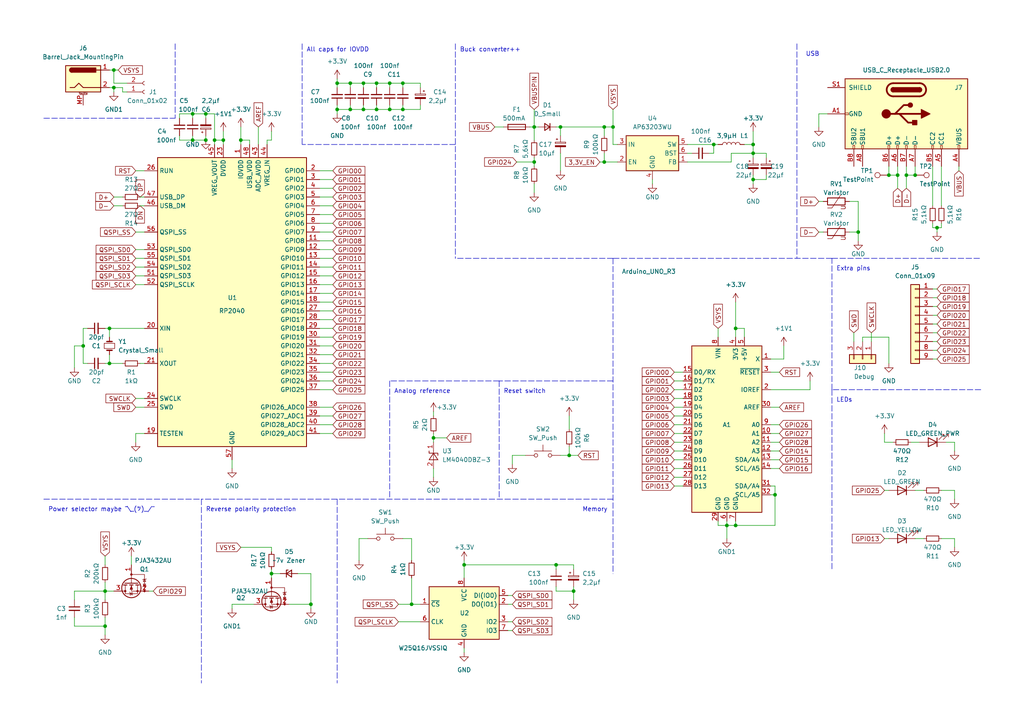
<source format=kicad_sch>
(kicad_sch (version 20211123) (generator eeschema)
  (paper "A4")
  (title_block (title "Anna") (company "Rasmus L."))
  (junction (at 162.56 36.83))
  (junction (at 116.84 31.75))
  (junction (at 210.82 152.4))
  (junction (at 116.84 24.13))
  (junction (at 55.88 40.64))
  (junction (at 213.36 152.4))
  (junction (at 105.41 31.75))
  (junction (at 218.44 41.91))
  (junction (at 175.26 36.83))
  (junction (at 30.48 181.61))
  (junction (at 69.85 40.64))
  (junction (at 154.94 46.99))
  (junction (at 33.02 25.4))
  (junction (at 97.79 24.13))
  (junction (at 213.36 95.25))
  (junction (at 134.62 163.83))
  (junction (at 31.75 95.25))
  (junction (at 271.78 66.04))
  (junction (at 154.94 36.83))
  (junction (at 218.44 44.45))
  (junction (at 109.22 24.13))
  (junction (at 166.37 171.45))
  (junction (at 97.79 31.75))
  (junction (at 90.17 175.26))
  (junction (at 177.8 36.83))
  (junction (at 78.74 166.37))
  (junction (at 101.6 31.75))
  (junction (at 59.69 40.64))
  (junction (at 260.35 50.8))
  (junction (at 59.69 33.02))
  (junction (at 119.38 175.26))
  (junction (at 265.43 50.8))
  (junction (at 30.48 171.45))
  (junction (at 262.89 50.8))
  (junction (at 55.88 33.02))
  (junction (at 113.03 24.13))
  (junction (at 224.79 143.51))
  (junction (at 175.26 46.99))
  (junction (at 33.02 20.32))
  (junction (at 62.23 40.64))
  (junction (at 109.22 31.75))
  (junction (at 105.41 24.13))
  (junction (at 248.92 67.31))
  (junction (at 161.29 163.83))
  (junction (at 257.81 50.8))
  (junction (at 101.6 24.13))
  (junction (at 165.1 132.08))
  (junction (at 207.01 41.91))
  (junction (at 218.44 52.07))
  (junction (at 113.03 31.75))
  (junction (at 31.75 105.41))
  (junction (at 24.13 100.33))
  (junction (at 64.77 40.64))
  (junction (at 125.73 127))
  (wire (pts (xy 105.41 24.13) (xy 101.6 24.13)))
  (wire (pts (xy 92.71 52.07) (xy 96.52 52.07)))
  (polyline (pts (xy 241.3 74.93) (xy 177.8 74.93)))
  (wire (pts (xy 195.58 140.97) (xy 198.12 140.97)))
  (wire (pts (xy 92.71 107.95) (xy 96.52 107.95)))
  (wire (pts (xy 21.59 179.07) (xy 21.59 181.61)))
  (wire (pts (xy 134.62 187.96) (xy 134.62 189.23)))
  (wire (pts (xy 21.59 181.61) (xy 30.48 181.61)))
  (wire (pts (xy 224.79 143.51) (xy 223.52 143.51)))
  (polyline (pts (xy 231.14 12.7) (xy 231.14 74.93)))
  (wire (pts (xy 92.71 54.61) (xy 96.52 54.61)))
  (wire (pts (xy 105.41 25.4) (xy 105.41 24.13)))
  (wire (pts (xy 92.71 100.33) (xy 96.52 100.33)))
  (wire (pts (xy 125.73 135.89) (xy 125.73 138.43)))
  (wire (pts (xy 162.56 36.83) (xy 175.26 36.83)))
  (wire (pts (xy 199.39 44.45) (xy 200.66 44.45)))
  (wire (pts (xy 250.19 99.06) (xy 250.19 97.79)))
  (wire (pts (xy 161.29 170.18) (xy 161.29 171.45)))
  (wire (pts (xy 109.22 25.4) (xy 109.22 24.13)))
  (wire (pts (xy 223.52 123.19) (xy 226.06 123.19)))
  (wire (pts (xy 36.83 26.67) (xy 35.56 26.67)))
  (wire (pts (xy 256.54 142.24) (xy 257.81 142.24)))
  (wire (pts (xy 125.73 127) (xy 129.54 127)))
  (wire (pts (xy 223.52 118.11) (xy 226.06 118.11)))
  (wire (pts (xy 105.41 30.48) (xy 105.41 31.75)))
  (wire (pts (xy 21.59 171.45) (xy 30.48 171.45)))
  (polyline (pts (xy 241.3 74.93) (xy 284.48 74.93)))
  (wire (pts (xy 213.36 95.25) (xy 215.9 95.25)))
  (wire (pts (xy 72.39 40.64) (xy 69.85 40.64)))
  (wire (pts (xy 55.88 34.29) (xy 55.88 33.02)))
  (wire (pts (xy 264.16 128.27) (xy 266.7 128.27)))
  (wire (pts (xy 147.32 172.72) (xy 148.59 172.72)))
  (polyline (pts (xy 241.3 113.03) (xy 241.3 165.1)))
  (wire (pts (xy 59.69 33.02) (xy 62.23 33.02)))
  (wire (pts (xy 52.07 34.29) (xy 52.07 33.02)))
  (wire (pts (xy 39.37 77.47) (xy 41.91 77.47)))
  (wire (pts (xy 78.74 166.37) (xy 78.74 167.64)))
  (wire (pts (xy 161.29 163.83) (xy 166.37 163.83)))
  (wire (pts (xy 276.86 156.21) (xy 273.05 156.21)))
  (wire (pts (xy 72.39 41.91) (xy 72.39 40.64)))
  (wire (pts (xy 104.14 156.21) (xy 104.14 162.56)))
  (wire (pts (xy 195.58 107.95) (xy 198.12 107.95)))
  (wire (pts (xy 208.28 151.13) (xy 208.28 152.4)))
  (wire (pts (xy 148.59 132.08) (xy 148.59 134.62)))
  (wire (pts (xy 270.51 96.52) (xy 271.78 96.52)))
  (wire (pts (xy 195.58 113.03) (xy 198.12 113.03)))
  (wire (pts (xy 149.86 46.99) (xy 154.94 46.99)))
  (wire (pts (xy 121.92 31.75) (xy 116.84 31.75)))
  (wire (pts (xy 109.22 31.75) (xy 105.41 31.75)))
  (wire (pts (xy 195.58 115.57) (xy 198.12 115.57)))
  (wire (pts (xy 262.89 50.8) (xy 262.89 54.61)))
  (wire (pts (xy 223.52 130.81) (xy 226.06 130.81)))
  (wire (pts (xy 113.03 31.75) (xy 109.22 31.75)))
  (wire (pts (xy 39.37 72.39) (xy 41.91 72.39)))
  (wire (pts (xy 223.52 125.73) (xy 226.06 125.73)))
  (wire (pts (xy 215.9 41.91) (xy 218.44 41.91)))
  (wire (pts (xy 38.1 161.29) (xy 38.1 163.83)))
  (wire (pts (xy 92.71 95.25) (xy 96.52 95.25)))
  (wire (pts (xy 218.44 52.07) (xy 218.44 53.34)))
  (wire (pts (xy 92.71 102.87) (xy 96.52 102.87)))
  (wire (pts (xy 257.81 97.79) (xy 257.81 105.41)))
  (polyline (pts (xy 144.78 110.49) (xy 113.03 110.49)))
  (wire (pts (xy 262.89 48.26) (xy 262.89 50.8)))
  (wire (pts (xy 165.1 120.65) (xy 165.1 124.46)))
  (wire (pts (xy 90.17 175.26) (xy 90.17 176.53)))
  (wire (pts (xy 148.59 132.08) (xy 152.4 132.08)))
  (wire (pts (xy 109.22 24.13) (xy 105.41 24.13)))
  (wire (pts (xy 234.95 113.03) (xy 223.52 113.03)))
  (wire (pts (xy 210.82 151.13) (xy 210.82 152.4)))
  (wire (pts (xy 92.71 80.01) (xy 96.52 80.01)))
  (wire (pts (xy 207.01 41.91) (xy 208.28 41.91)))
  (wire (pts (xy 147.32 175.26) (xy 148.59 175.26)))
  (wire (pts (xy 195.58 135.89) (xy 198.12 135.89)))
  (wire (pts (xy 270.51 93.98) (xy 271.78 93.98)))
  (polyline (pts (xy 132.08 12.7) (xy 132.08 74.93)))
  (wire (pts (xy 33.02 59.69) (xy 35.56 59.69)))
  (wire (pts (xy 195.58 128.27) (xy 198.12 128.27)))
  (wire (pts (xy 267.97 156.21) (xy 265.43 156.21)))
  (wire (pts (xy 177.8 31.75) (xy 177.8 36.83)))
  (wire (pts (xy 223.52 107.95) (xy 226.06 107.95)))
  (wire (pts (xy 213.36 95.25) (xy 213.36 97.79)))
  (wire (pts (xy 78.74 165.1) (xy 78.74 166.37)))
  (polyline (pts (xy 12.7 144.78) (xy 58.42 144.78)))
  (wire (pts (xy 21.59 100.33) (xy 24.13 100.33)))
  (wire (pts (xy 59.69 39.37) (xy 59.69 40.64)))
  (wire (pts (xy 67.31 175.26) (xy 73.66 175.26)))
  (wire (pts (xy 222.25 45.72) (xy 222.25 44.45)))
  (wire (pts (xy 195.58 118.11) (xy 198.12 118.11)))
  (wire (pts (xy 166.37 171.45) (xy 166.37 170.18)))
  (wire (pts (xy 92.71 49.53) (xy 96.52 49.53)))
  (wire (pts (xy 278.13 48.26) (xy 278.13 49.53)))
  (wire (pts (xy 222.25 44.45) (xy 218.44 44.45)))
  (wire (pts (xy 92.71 77.47) (xy 96.52 77.47)))
  (wire (pts (xy 116.84 24.13) (xy 116.84 25.4)))
  (wire (pts (xy 270.51 66.04) (xy 271.78 66.04)))
  (wire (pts (xy 116.84 30.48) (xy 116.84 31.75)))
  (wire (pts (xy 276.86 144.78) (xy 276.86 142.24)))
  (wire (pts (xy 78.74 40.64) (xy 77.47 40.64)))
  (wire (pts (xy 237.49 58.42) (xy 238.76 58.42)))
  (wire (pts (xy 31.75 105.41) (xy 35.56 105.41)))
  (wire (pts (xy 31.75 95.25) (xy 31.75 97.79)))
  (wire (pts (xy 115.57 175.26) (xy 119.38 175.26)))
  (wire (pts (xy 195.58 125.73) (xy 198.12 125.73)))
  (wire (pts (xy 267.97 142.24) (xy 265.43 142.24)))
  (wire (pts (xy 208.28 152.4) (xy 210.82 152.4)))
  (wire (pts (xy 162.56 36.83) (xy 162.56 39.37)))
  (wire (pts (xy 173.99 46.99) (xy 175.26 46.99)))
  (wire (pts (xy 256.54 156.21) (xy 257.81 156.21)))
  (wire (pts (xy 90.17 166.37) (xy 90.17 175.26)))
  (wire (pts (xy 83.82 175.26) (xy 90.17 175.26)))
  (wire (pts (xy 224.79 152.4) (xy 224.79 143.51)))
  (wire (pts (xy 55.88 33.02) (xy 59.69 33.02)))
  (wire (pts (xy 119.38 156.21) (xy 116.84 156.21)))
  (wire (pts (xy 237.49 33.02) (xy 240.03 33.02)))
  (wire (pts (xy 218.44 41.91) (xy 218.44 44.45)))
  (wire (pts (xy 224.79 140.97) (xy 223.52 140.97)))
  (wire (pts (xy 31.75 95.25) (xy 41.91 95.25)))
  (polyline (pts (xy 97.79 144.78) (xy 58.42 144.78)))
  (wire (pts (xy 154.94 45.72) (xy 154.94 46.99)))
  (wire (pts (xy 52.07 33.02) (xy 55.88 33.02)))
  (wire (pts (xy 273.05 66.04) (xy 273.05 64.77)))
  (wire (pts (xy 195.58 138.43) (xy 198.12 138.43)))
  (wire (pts (xy 92.71 64.77) (xy 96.52 64.77)))
  (wire (pts (xy 252.73 96.52) (xy 252.73 99.06)))
  (wire (pts (xy 97.79 31.75) (xy 101.6 31.75)))
  (wire (pts (xy 67.31 133.35) (xy 67.31 135.89)))
  (wire (pts (xy 271.78 67.31) (xy 271.78 66.04)))
  (polyline (pts (xy 132.08 41.91) (xy 87.63 41.91)))
  (wire (pts (xy 40.64 59.69) (xy 41.91 59.69)))
  (wire (pts (xy 30.48 161.29) (xy 30.48 163.83)))
  (wire (pts (xy 222.25 52.07) (xy 218.44 52.07)))
  (polyline (pts (xy 97.79 144.78) (xy 97.79 198.12)))
  (wire (pts (xy 121.92 30.48) (xy 121.92 31.75)))
  (wire (pts (xy 210.82 152.4) (xy 210.82 156.21)))
  (wire (pts (xy 224.79 143.51) (xy 224.79 140.97)))
  (wire (pts (xy 30.48 171.45) (xy 30.48 173.99)))
  (wire (pts (xy 40.64 105.41) (xy 41.91 105.41)))
  (wire (pts (xy 92.71 57.15) (xy 96.52 57.15)))
  (wire (pts (xy 39.37 125.73) (xy 39.37 128.27)))
  (wire (pts (xy 208.28 95.25) (xy 208.28 97.79)))
  (wire (pts (xy 175.26 46.99) (xy 179.07 46.99)))
  (wire (pts (xy 119.38 167.64) (xy 119.38 175.26)))
  (wire (pts (xy 39.37 115.57) (xy 41.91 115.57)))
  (wire (pts (xy 43.18 171.45) (xy 44.45 171.45)))
  (wire (pts (xy 195.58 133.35) (xy 198.12 133.35)))
  (wire (pts (xy 69.85 158.75) (xy 78.74 158.75)))
  (wire (pts (xy 270.51 91.44) (xy 271.78 91.44)))
  (wire (pts (xy 195.58 123.19) (xy 198.12 123.19)))
  (wire (pts (xy 154.94 53.34) (xy 154.94 55.88)))
  (wire (pts (xy 212.09 46.99) (xy 212.09 44.45)))
  (polyline (pts (xy 177.8 144.78) (xy 97.79 144.78)))
  (wire (pts (xy 92.71 87.63) (xy 96.52 87.63)))
  (wire (pts (xy 33.02 57.15) (xy 35.56 57.15)))
  (wire (pts (xy 115.57 180.34) (xy 121.92 180.34)))
  (wire (pts (xy 92.71 59.69) (xy 96.52 59.69)))
  (wire (pts (xy 143.51 36.83) (xy 146.05 36.83)))
  (wire (pts (xy 247.65 96.52) (xy 247.65 99.06)))
  (wire (pts (xy 270.51 48.26) (xy 270.51 59.69)))
  (wire (pts (xy 273.05 48.26) (xy 273.05 59.69)))
  (polyline (pts (xy 177.8 74.93) (xy 177.8 166.37)))
  (wire (pts (xy 213.36 152.4) (xy 224.79 152.4)))
  (wire (pts (xy 92.71 74.93) (xy 96.52 74.93)))
  (wire (pts (xy 234.95 110.49) (xy 234.95 113.03)))
  (wire (pts (xy 125.73 127) (xy 125.73 128.27)))
  (wire (pts (xy 248.92 58.42) (xy 248.92 67.31)))
  (wire (pts (xy 92.71 67.31) (xy 96.52 67.31)))
  (wire (pts (xy 119.38 156.21) (xy 119.38 162.56)))
  (wire (pts (xy 121.92 24.13) (xy 116.84 24.13)))
  (wire (pts (xy 101.6 25.4) (xy 101.6 24.13)))
  (wire (pts (xy 33.02 25.4) (xy 33.02 26.67)))
  (wire (pts (xy 78.74 158.75) (xy 78.74 160.02)))
  (polyline (pts (xy 58.42 144.78) (xy 58.42 198.12)))
  (wire (pts (xy 134.62 163.83) (xy 161.29 163.83)))
  (wire (pts (xy 166.37 165.1) (xy 166.37 163.83)))
  (wire (pts (xy 189.23 52.07) (xy 189.23 53.34)))
  (wire (pts (xy 55.88 39.37) (xy 55.88 40.64)))
  (wire (pts (xy 195.58 120.65) (xy 198.12 120.65)))
  (wire (pts (xy 223.52 128.27) (xy 226.06 128.27)))
  (wire (pts (xy 162.56 44.45) (xy 162.56 49.53)))
  (wire (pts (xy 248.92 67.31) (xy 248.92 69.85)))
  (wire (pts (xy 31.75 102.87) (xy 31.75 105.41)))
  (wire (pts (xy 165.1 129.54) (xy 165.1 132.08)))
  (wire (pts (xy 260.35 50.8) (xy 260.35 48.26)))
  (polyline (pts (xy 177.8 110.49) (xy 144.78 110.49)))
  (polyline (pts (xy 241.3 113.03) (xy 241.3 74.93)))
  (wire (pts (xy 90.17 166.37) (xy 86.36 166.37)))
  (polyline (pts (xy 50.8 12.7) (xy 50.8 34.29)))
  (polyline (pts (xy 177.8 74.93) (xy 132.08 74.93)))
  (wire (pts (xy 31.75 25.4) (xy 33.02 25.4)))
  (wire (pts (xy 218.44 44.45) (xy 218.44 45.72)))
  (wire (pts (xy 125.73 119.38) (xy 125.73 120.65)))
  (polyline (pts (xy 12.7 34.29) (xy 50.8 34.29)))
  (wire (pts (xy 276.86 158.75) (xy 276.86 156.21)))
  (wire (pts (xy 92.71 72.39) (xy 96.52 72.39)))
  (wire (pts (xy 92.71 118.11) (xy 96.52 118.11)))
  (wire (pts (xy 62.23 40.64) (xy 62.23 41.91)))
  (wire (pts (xy 21.59 173.99) (xy 21.59 171.45)))
  (wire (pts (xy 30.48 181.61) (xy 30.48 179.07)))
  (wire (pts (xy 92.71 62.23) (xy 96.52 62.23)))
  (wire (pts (xy 33.02 24.13) (xy 36.83 24.13)))
  (wire (pts (xy 237.49 67.31) (xy 238.76 67.31)))
  (wire (pts (xy 31.75 20.32) (xy 33.02 20.32)))
  (wire (pts (xy 270.51 104.14) (xy 271.78 104.14)))
  (wire (pts (xy 222.25 50.8) (xy 222.25 52.07)))
  (wire (pts (xy 78.74 38.1) (xy 78.74 40.64)))
  (wire (pts (xy 39.37 67.31) (xy 41.91 67.31)))
  (wire (pts (xy 237.49 33.02) (xy 237.49 36.83)))
  (wire (pts (xy 24.13 100.33) (xy 24.13 95.25)))
  (wire (pts (xy 64.77 41.91) (xy 64.77 40.64)))
  (wire (pts (xy 97.79 31.75) (xy 97.79 33.02)))
  (wire (pts (xy 40.64 57.15) (xy 41.91 57.15)))
  (wire (pts (xy 257.81 50.8) (xy 260.35 50.8)))
  (wire (pts (xy 52.07 40.64) (xy 55.88 40.64)))
  (wire (pts (xy 105.41 31.75) (xy 101.6 31.75)))
  (wire (pts (xy 116.84 24.13) (xy 113.03 24.13)))
  (wire (pts (xy 265.43 48.26) (xy 265.43 50.8)))
  (wire (pts (xy 195.58 130.81) (xy 198.12 130.81)))
  (wire (pts (xy 64.77 40.64) (xy 62.23 40.64)))
  (wire (pts (xy 161.29 36.83) (xy 162.56 36.83)))
  (wire (pts (xy 218.44 50.8) (xy 218.44 52.07)))
  (wire (pts (xy 227.33 104.14) (xy 227.33 100.33)))
  (wire (pts (xy 77.47 40.64) (xy 77.47 41.91)))
  (wire (pts (xy 257.81 48.26) (xy 257.81 50.8)))
  (wire (pts (xy 33.02 20.32) (xy 34.29 20.32)))
  (polyline (pts (xy 284.48 113.03) (xy 241.3 113.03)))
  (wire (pts (xy 39.37 49.53) (xy 41.91 49.53)))
  (wire (pts (xy 134.62 162.56) (xy 134.62 163.83)))
  (wire (pts (xy 175.26 44.45) (xy 175.26 46.99)))
  (wire (pts (xy 121.92 25.4) (xy 121.92 24.13)))
  (wire (pts (xy 270.51 88.9) (xy 271.78 88.9)))
  (wire (pts (xy 260.35 50.8) (xy 260.35 54.61)))
  (wire (pts (xy 153.67 36.83) (xy 154.94 36.83)))
  (wire (pts (xy 161.29 171.45) (xy 166.37 171.45)))
  (wire (pts (xy 154.94 31.75) (xy 154.94 36.83)))
  (wire (pts (xy 116.84 31.75) (xy 113.03 31.75)))
  (wire (pts (xy 213.36 151.13) (xy 213.36 152.4)))
  (wire (pts (xy 92.71 110.49) (xy 96.52 110.49)))
  (wire (pts (xy 276.86 128.27) (xy 274.32 128.27)))
  (wire (pts (xy 262.89 50.8) (xy 265.43 50.8)))
  (wire (pts (xy 250.19 97.79) (xy 257.81 97.79)))
  (wire (pts (xy 30.48 105.41) (xy 31.75 105.41)))
  (wire (pts (xy 179.07 41.91) (xy 177.8 41.91)))
  (wire (pts (xy 74.93 36.83) (xy 74.93 41.91)))
  (wire (pts (xy 248.92 67.31) (xy 246.38 67.31)))
  (wire (pts (xy 213.36 152.4) (xy 210.82 152.4)))
  (wire (pts (xy 41.91 125.73) (xy 39.37 125.73)))
  (wire (pts (xy 119.38 175.26) (xy 121.92 175.26)))
  (wire (pts (xy 78.74 166.37) (xy 81.28 166.37)))
  (wire (pts (xy 270.51 64.77) (xy 270.51 66.04)))
  (wire (pts (xy 223.52 104.14) (xy 227.33 104.14)))
  (wire (pts (xy 113.03 30.48) (xy 113.03 31.75)))
  (wire (pts (xy 33.02 25.4) (xy 35.56 25.4)))
  (wire (pts (xy 33.02 24.13) (xy 33.02 20.32)))
  (wire (pts (xy 223.52 133.35) (xy 226.06 133.35)))
  (wire (pts (xy 30.48 168.91) (xy 30.48 171.45)))
  (wire (pts (xy 213.36 87.63) (xy 213.36 95.25)))
  (wire (pts (xy 97.79 24.13) (xy 97.79 25.4)))
  (wire (pts (xy 92.71 125.73) (xy 96.52 125.73)))
  (wire (pts (xy 165.1 132.08) (xy 167.64 132.08)))
  (wire (pts (xy 55.88 40.64) (xy 59.69 40.64)))
  (wire (pts (xy 215.9 95.25) (xy 215.9 97.79)))
  (wire (pts (xy 92.71 82.55) (xy 96.52 82.55)))
  (wire (pts (xy 147.32 182.88) (xy 148.59 182.88)))
  (wire (pts (xy 24.13 105.41) (xy 24.13 100.33)))
  (polyline (pts (xy 87.63 12.7) (xy 87.63 41.91)))
  (wire (pts (xy 101.6 31.75) (xy 101.6 30.48)))
  (wire (pts (xy 161.29 163.83) (xy 161.29 165.1)))
  (wire (pts (xy 270.51 83.82) (xy 271.78 83.82)))
  (wire (pts (xy 134.62 163.83) (xy 134.62 167.64)))
  (wire (pts (xy 109.22 30.48) (xy 109.22 31.75)))
  (wire (pts (xy 64.77 38.1) (xy 64.77 40.64)))
  (wire (pts (xy 166.37 171.45) (xy 166.37 173.99)))
  (wire (pts (xy 162.56 132.08) (xy 165.1 132.08)))
  (wire (pts (xy 67.31 176.53) (xy 67.31 175.26)))
  (wire (pts (xy 256.54 125.73) (xy 256.54 128.27)))
  (polyline (pts (xy 144.78 110.49) (xy 144.78 144.78)))
  (wire (pts (xy 101.6 24.13) (xy 97.79 24.13)))
  (wire (pts (xy 92.71 90.17) (xy 96.52 90.17)))
  (wire (pts (xy 21.59 100.33) (xy 21.59 106.68)))
  (wire (pts (xy 52.07 39.37) (xy 52.07 40.64)))
  (wire (pts (xy 195.58 110.49) (xy 198.12 110.49)))
  (wire (pts (xy 175.26 36.83) (xy 177.8 36.83)))
  (wire (pts (xy 276.86 142.24) (xy 273.05 142.24)))
  (wire (pts (xy 147.32 180.34) (xy 148.59 180.34)))
  (wire (pts (xy 92.71 113.03) (xy 96.52 113.03)))
  (wire (pts (xy 154.94 46.99) (xy 154.94 48.26)))
  (wire (pts (xy 199.39 41.91) (xy 207.01 41.91)))
  (wire (pts (xy 30.48 171.45) (xy 33.02 171.45)))
  (wire (pts (xy 256.54 128.27) (xy 259.08 128.27)))
  (polyline (pts (xy 113.03 110.49) (xy 113.03 144.78)))
  (wire (pts (xy 113.03 25.4) (xy 113.03 24.13)))
  (wire (pts (xy 106.68 156.21) (xy 104.14 156.21)))
  (wire (pts (xy 212.09 44.45) (xy 218.44 44.45)))
  (wire (pts (xy 199.39 46.99) (xy 212.09 46.99)))
  (wire (pts (xy 92.71 92.71) (xy 96.52 92.71)))
  (wire (pts (xy 35.56 26.67) (xy 35.56 25.4)))
  (wire (pts (xy 125.73 125.73) (xy 125.73 127)))
  (wire (pts (xy 92.71 69.85) (xy 96.52 69.85)))
  (wire (pts (xy 92.71 123.19) (xy 96.52 123.19)))
  (wire (pts (xy 97.79 30.48) (xy 97.79 31.75)))
  (wire (pts (xy 154.94 36.83) (xy 154.94 40.64)))
  (wire (pts (xy 270.51 99.06) (xy 271.78 99.06)))
  (wire (pts (xy 24.13 95.25) (xy 25.4 95.25)))
  (wire (pts (xy 270.51 86.36) (xy 271.78 86.36)))
  (wire (pts (xy 69.85 36.83) (xy 69.85 40.64)))
  (wire (pts (xy 39.37 82.55) (xy 41.91 82.55)))
  (wire (pts (xy 276.86 130.81) (xy 276.86 128.27)))
  (wire (pts (xy 113.03 24.13) (xy 109.22 24.13)))
  (wire (pts (xy 207.01 44.45) (xy 207.01 41.91)))
  (wire (pts (xy 92.71 120.65) (xy 96.52 120.65)))
  (wire (pts (xy 25.4 105.41) (xy 24.13 105.41)))
  (wire (pts (xy 92.71 105.41) (xy 96.52 105.41)))
  (wire (pts (xy 92.71 97.79) (xy 96.52 97.79)))
  (wire (pts (xy 39.37 118.11) (xy 41.91 118.11)))
  (wire (pts (xy 30.48 95.25) (xy 31.75 95.25)))
  (wire (pts (xy 97.79 22.86) (xy 97.79 24.13)))
  (wire (pts (xy 39.37 74.93) (xy 41.91 74.93)))
  (wire (pts (xy 62.23 33.02) (xy 62.23 40.64)))
  (wire (pts (xy 177.8 41.91) (xy 177.8 36.83)))
  (wire (pts (xy 175.26 36.83) (xy 175.26 39.37)))
  (wire (pts (xy 69.85 40.64) (xy 69.85 41.91)))
  (wire (pts (xy 205.74 44.45) (xy 207.01 44.45)))
  (wire (pts (xy 92.71 85.09) (xy 96.52 85.09)))
  (wire (pts (xy 59.69 34.29) (xy 59.69 33.02)))
  (wire (pts (xy 154.94 36.83) (xy 156.21 36.83)))
  (wire (pts (xy 246.38 58.42) (xy 248.92 58.42)))
  (wire (pts (xy 30.48 181.61) (xy 30.48 184.15)))
  (wire (pts (xy 271.78 66.04) (xy 273.05 66.04)))
  (wire (pts (xy 218.44 38.1) (xy 218.44 41.91)))
  (wire (pts (xy 39.37 80.01) (xy 41.91 80.01)))
  (wire (pts (xy 223.52 135.89) (xy 226.06 135.89)))
  (wire (pts (xy 270.51 101.6) (xy 271.78 101.6)))
  (text "Memory" (at 168.91 148.59 0) (effects (font (size 1.27 1.27)) (justify left bottom)))
  (text "Analog reference" (at 114.3 114.3 0) (effects (font (size 1.27 1.27)) (justify left bottom)))
  (text "Extra pins" (at 242.57 78.74 0) (effects (font (size 1.27 1.27)) (justify left bottom)))
  (text "Power selector maybe ¯\\_(ツ)_/¯" (at 13.97 148.59 0) (effects (font (size 1.27 1.27)) (justify left bottom)))
  (text "All caps for IOVDD" (at 88.9 15.24 0) (effects (font (size 1.27 1.27)) (justify left bottom)))
  (text "Reverse polarity protection" (at 59.69 148.59 0) (effects (font (size 1.27 1.27)) (justify left bottom)))
  (text "LEDs" (at 242.57 116.84 0) (effects (font (size 1.27 1.27)) (justify left bottom)))
  (text "Reset switch" (at 146.05 114.3 0) (effects (font (size 1.27 1.27)) (justify left bottom)))
  (text "Buck converter++" (at 133.35 15.24 0) (effects (font (size 1.27 1.27)) (justify left bottom)))
  (text "USB" (at 233.68 16.51 0) (effects (font (size 1.27 1.27)) (justify left bottom)))
  (global_label "VSYS" (shape input) (at 208.28 95.25 90) (property "Intersheet References" "${INTERSHEET_REFS}" (effects hide)))
  (global_label "SWD" (shape input) (at 39.37 118.11 180) (property "Intersheet References" "${INTERSHEET_REFS}" (effects hide)))
  (global_label "GPIO19" (shape input) (at 96.52 97.79 0) (property "Intersheet References" "${INTERSHEET_REFS}" (effects hide)))
  (global_label "GPIO22" (shape input) (at 271.78 96.52 0) (property "Intersheet References" "${INTERSHEET_REFS}" (effects hide)))
  (global_label "QSPI_SD0" (shape input) (at 148.59 172.72 0) (property "Intersheet References" "${INTERSHEET_REFS}" (effects hide)))
  (global_label "GPIO01" (shape input) (at 96.52 52.07 0) (property "Intersheet References" "${INTERSHEET_REFS}" (effects hide)))
  (global_label "GPIO27" (shape input) (at 96.52 120.65 0) (property "Intersheet References" "${INTERSHEET_REFS}" (effects hide)))
  (global_label "GPIO16" (shape input) (at 96.52 90.17 0) (property "Intersheet References" "${INTERSHEET_REFS}" (effects hide)))
  (global_label "VBUS" (shape input) (at 278.13 49.53 270) (property "Intersheet References" "${INTERSHEET_REFS}" (effects hide)))
  (global_label "QSPI_SD2" (shape input) (at 39.37 77.47 180) (property "Intersheet References" "${INTERSHEET_REFS}" (effects hide)))
  (global_label "GPIO10" (shape input) (at 96.52 74.93 0) (property "Intersheet References" "${INTERSHEET_REFS}" (effects hide)))
  (global_label "GPIO25" (shape input) (at 256.54 142.24 180) (property "Intersheet References" "${INTERSHEET_REFS}" (effects hide)))
  (global_label "GPIO14" (shape input) (at 96.52 85.09 0) (property "Intersheet References" "${INTERSHEET_REFS}" (effects hide)))
  (global_label "GPIO01" (shape input) (at 195.58 110.49 180) (property "Intersheet References" "${INTERSHEET_REFS}" (effects hide)))
  (global_label "GPIO06" (shape input) (at 96.52 64.77 0) (property "Intersheet References" "${INTERSHEET_REFS}" (effects hide)))
  (global_label "QSPI_SD3" (shape input) (at 39.37 80.01 180) (property "Intersheet References" "${INTERSHEET_REFS}" (effects hide)))
  (global_label "GPIO05" (shape input) (at 96.52 62.23 0) (property "Intersheet References" "${INTERSHEET_REFS}" (effects hide)))
  (global_label "GPIO25" (shape input) (at 96.52 113.03 0) (property "Intersheet References" "${INTERSHEET_REFS}" (effects hide)))
  (global_label "VSYS" (shape input) (at 177.8 31.75 90) (property "Intersheet References" "${INTERSHEET_REFS}" (effects hide)))
  (global_label "GPIO21" (shape input) (at 96.52 102.87 0) (property "Intersheet References" "${INTERSHEET_REFS}" (effects hide)))
  (global_label "GPIO24" (shape input) (at 149.86 46.99 180) (property "Intersheet References" "${INTERSHEET_REFS}" (effects hide)))
  (global_label "GPIO06" (shape input) (at 195.58 123.19 180) (property "Intersheet References" "${INTERSHEET_REFS}" (effects hide)))
  (global_label "SWCLK" (shape input) (at 252.73 96.52 90) (property "Intersheet References" "${INTERSHEET_REFS}" (effects hide)))
  (global_label "QSPI_SS" (shape input) (at 115.57 175.26 180) (property "Intersheet References" "${INTERSHEET_REFS}" (effects hide)))
  (global_label "GPIO03" (shape input) (at 96.52 57.15 0) (property "Intersheet References" "${INTERSHEET_REFS}" (effects hide)))
  (global_label "VSYS" (shape input) (at 69.85 158.75 180) (property "Intersheet References" "${INTERSHEET_REFS}" (effects hide)))
  (global_label "GPIO22" (shape input) (at 96.52 105.41 0) (property "Intersheet References" "${INTERSHEET_REFS}" (effects hide)))
  (global_label "GPIO09" (shape input) (at 195.58 130.81 180) (property "Intersheet References" "${INTERSHEET_REFS}" (effects hide)))
  (global_label "GPIO12" (shape input) (at 195.58 138.43 180) (property "Intersheet References" "${INTERSHEET_REFS}" (effects hide)))
  (global_label "RST" (shape input) (at 167.64 132.08 0) (property "Intersheet References" "${INTERSHEET_REFS}" (effects hide)))
  (global_label "D-" (shape input) (at 262.89 54.61 270) (property "Intersheet References" "${INTERSHEET_REFS}" (effects hide)))
  (global_label "GPIO07" (shape input) (at 195.58 125.73 180) (property "Intersheet References" "${INTERSHEET_REFS}" (effects hide)))
  (global_label "D-" (shape input) (at 33.02 59.69 180) (property "Intersheet References" "${INTERSHEET_REFS}" (effects hide)))
  (global_label "GPIO28" (shape input) (at 226.06 128.27 0) (property "Intersheet References" "${INTERSHEET_REFS}" (effects hide)))
  (global_label "QSPI_SD0" (shape input) (at 39.37 72.39 180) (property "Intersheet References" "${INTERSHEET_REFS}" (effects hide)))
  (global_label "QSPI_SD1" (shape input) (at 148.59 175.26 0) (property "Intersheet References" "${INTERSHEET_REFS}" (effects hide)))
  (global_label "AREF" (shape input) (at 129.54 127 0) (property "Intersheet References" "${INTERSHEET_REFS}" (effects hide)))
  (global_label "RST" (shape input) (at 39.37 49.53 180) (property "Intersheet References" "${INTERSHEET_REFS}" (effects hide)))
  (global_label "GPIO00" (shape input) (at 195.58 107.95 180) (property "Intersheet References" "${INTERSHEET_REFS}" (effects hide)))
  (global_label "DP" (shape input) (at 40.64 57.15 90) (property "Intersheet References" "${INTERSHEET_REFS}" (effects hide)))
  (global_label "D+" (shape input) (at 237.49 58.42 180) (property "Intersheet References" "${INTERSHEET_REFS}" (effects hide)))
  (global_label "GPIO04" (shape input) (at 96.52 59.69 0) (property "Intersheet References" "${INTERSHEET_REFS}" (effects hide)))
  (global_label "GPIO02" (shape input) (at 195.58 113.03 180) (property "Intersheet References" "${INTERSHEET_REFS}" (effects hide)))
  (global_label "VBUS" (shape input) (at 143.51 36.83 180) (property "Intersheet References" "${INTERSHEET_REFS}" (effects hide)))
  (global_label "D+" (shape input) (at 33.02 57.15 180) (property "Intersheet References" "${INTERSHEET_REFS}" (effects hide)))
  (global_label "GPIO08" (shape input) (at 195.58 128.27 180) (property "Intersheet References" "${INTERSHEET_REFS}" (effects hide)))
  (global_label "GPIO15" (shape input) (at 96.52 87.63 0) (property "Intersheet References" "${INTERSHEET_REFS}" (effects hide)))
  (global_label "GPIO13" (shape input) (at 96.52 82.55 0) (property "Intersheet References" "${INTERSHEET_REFS}" (effects hide)))
  (global_label "GPIO03" (shape input) (at 195.58 115.57 180) (property "Intersheet References" "${INTERSHEET_REFS}" (effects hide)))
  (global_label "SWD" (shape input) (at 247.65 96.52 90) (property "Intersheet References" "${INTERSHEET_REFS}" (effects hide)))
  (global_label "QSPI_SCLK" (shape input) (at 115.57 180.34 180) (property "Intersheet References" "${INTERSHEET_REFS}" (effects hide)))
  (global_label "VSYS" (shape input) (at 30.48 161.29 90) (property "Intersheet References" "${INTERSHEET_REFS}" (effects hide)))
  (global_label "RST" (shape input) (at 226.06 107.95 0) (property "Intersheet References" "${INTERSHEET_REFS}" (effects hide)))
  (global_label "GPIO26" (shape input) (at 96.52 118.11 0) (property "Intersheet References" "${INTERSHEET_REFS}" (effects hide)))
  (global_label "GPIO13" (shape input) (at 256.54 156.21 180) (property "Intersheet References" "${INTERSHEET_REFS}" (effects hide)))
  (global_label "GPIO13" (shape input) (at 195.58 140.97 180) (property "Intersheet References" "${INTERSHEET_REFS}" (effects hide)))
  (global_label "AREF" (shape input) (at 74.93 36.83 90) (property "Intersheet References" "${INTERSHEET_REFS}" (effects hide)))
  (global_label "GPIO24" (shape input) (at 271.78 101.6 0) (property "Intersheet References" "${INTERSHEET_REFS}" (effects hide)))
  (global_label "SWCLK" (shape input) (at 39.37 115.57 180) (property "Intersheet References" "${INTERSHEET_REFS}" (effects hide)))
  (global_label "GPIO11" (shape input) (at 96.52 77.47 0) (property "Intersheet References" "${INTERSHEET_REFS}" (effects hide)))
  (global_label "D-" (shape input) (at 237.49 67.31 180) (property "Intersheet References" "${INTERSHEET_REFS}" (effects hide)))
  (global_label "GPIO09" (shape input) (at 96.52 72.39 0) (property "Intersheet References" "${INTERSHEET_REFS}" (effects hide)))
  (global_label "GPIO25" (shape input) (at 271.78 104.14 0) (property "Intersheet References" "${INTERSHEET_REFS}" (effects hide)))
  (global_label "AREF" (shape input) (at 226.06 118.11 0) (property "Intersheet References" "${INTERSHEET_REFS}" (effects hide)))
  (global_label "GPIO28" (shape input) (at 96.52 123.19 0) (property "Intersheet References" "${INTERSHEET_REFS}" (effects hide)))
  (global_label "GPIO11" (shape input) (at 195.58 135.89 180) (property "Intersheet References" "${INTERSHEET_REFS}" (effects hide)))
  (global_label "GPIO19" (shape input) (at 271.78 88.9 0) (property "Intersheet References" "${INTERSHEET_REFS}" (effects hide)))
  (global_label "GPIO02" (shape input) (at 96.52 54.61 0) (property "Intersheet References" "${INTERSHEET_REFS}" (effects hide)))
  (global_label "GPIO00" (shape input) (at 96.52 49.53 0) (property "Intersheet References" "${INTERSHEET_REFS}" (effects hide)))
  (global_label "GPIO08" (shape input) (at 96.52 69.85 0) (property "Intersheet References" "${INTERSHEET_REFS}" (effects hide)))
  (global_label "VSYS" (shape input) (at 34.29 20.32 0) (property "Intersheet References" "${INTERSHEET_REFS}" (effects hide)))
  (global_label "GPIO20" (shape input) (at 271.78 91.44 0) (property "Intersheet References" "${INTERSHEET_REFS}" (effects hide)))
  (global_label "GPIO24" (shape input) (at 96.52 110.49 0) (property "Intersheet References" "${INTERSHEET_REFS}" (effects hide)))
  (global_label "GPIO26" (shape input) (at 226.06 123.19 0) (property "Intersheet References" "${INTERSHEET_REFS}" (effects hide)))
  (global_label "QSPI_SCLK" (shape input) (at 39.37 82.55 180) (property "Intersheet References" "${INTERSHEET_REFS}" (effects hide)))
  (global_label "GPIO29" (shape input) (at 96.52 125.73 0) (property "Intersheet References" "${INTERSHEET_REFS}" (effects hide)))
  (global_label "GPIO27" (shape input) (at 226.06 125.73 0) (property "Intersheet References" "${INTERSHEET_REFS}" (effects hide)))
  (global_label "GPIO17" (shape input) (at 271.78 83.82 0) (property "Intersheet References" "${INTERSHEET_REFS}" (effects hide)))
  (global_label "GPIO16" (shape input) (at 226.06 135.89 0) (property "Intersheet References" "${INTERSHEET_REFS}" (effects hide)))
  (global_label "3,3V_EN" (shape input) (at 173.99 46.99 180) (property "Intersheet References" "${INTERSHEET_REFS}" (effects hide)))
  (global_label "GPIO17" (shape input) (at 96.52 92.71 0) (property "Intersheet References" "${INTERSHEET_REFS}" (effects hide)))
  (global_label "GPIO14" (shape input) (at 226.06 130.81 0) (property "Intersheet References" "${INTERSHEET_REFS}" (effects hide)))
  (global_label "QSPI_SD1" (shape input) (at 39.37 74.93 180) (property "Intersheet References" "${INTERSHEET_REFS}" (effects hide)))
  (global_label "QSPI_SD3" (shape input) (at 148.59 182.88 0) (property "Intersheet References" "${INTERSHEET_REFS}" (effects hide)))
  (global_label "D+" (shape input) (at 260.35 54.61 270) (property "Intersheet References" "${INTERSHEET_REFS}" (effects hide)))
  (global_label "GPIO23" (shape input) (at 96.52 107.95 0) (property "Intersheet References" "${INTERSHEET_REFS}" (effects hide)))
  (global_label "VBUSPIN" (shape input) (at 154.94 31.75 90) (property "Intersheet References" "${INTERSHEET_REFS}" (effects hide)))
  (global_label "GPIO05" (shape input) (at 195.58 120.65 180) (property "Intersheet References" "${INTERSHEET_REFS}" (effects hide)))
  (global_label "GPIO18" (shape input) (at 271.78 86.36 0) (property "Intersheet References" "${INTERSHEET_REFS}" (effects hide)))
  (global_label "DN" (shape input) (at 40.64 59.69 270) (property "Intersheet References" "${INTERSHEET_REFS}" (effects hide)))
  (global_label "GPIO18" (shape input) (at 96.52 95.25 0) (property "Intersheet References" "${INTERSHEET_REFS}" (effects hide)))
  (global_label "GPIO07" (shape input) (at 96.52 67.31 0) (property "Intersheet References" "${INTERSHEET_REFS}" (effects hide)))
  (global_label "GPIO04" (shape input) (at 195.58 118.11 180) (property "Intersheet References" "${INTERSHEET_REFS}" (effects hide)))
  (global_label "GPIO15" (shape input) (at 226.06 133.35 0) (property "Intersheet References" "${INTERSHEET_REFS}" (effects hide)))
  (global_label "GPIO23" (shape input) (at 271.78 99.06 0) (property "Intersheet References" "${INTERSHEET_REFS}" (effects hide)))
  (global_label "GPIO10" (shape input) (at 195.58 133.35 180) (property "Intersheet References" "${INTERSHEET_REFS}" (effects hide)))
  (global_label "GPIO29" (shape input) (at 44.45 171.45 0) (property "Intersheet References" "${INTERSHEET_REFS}" (effects hide)))
  (global_label "QSPI_SS" (shape input) (at 39.37 67.31 180) (property "Intersheet References" "${INTERSHEET_REFS}" (effects hide)))
  (global_label "QSPI_SD2" (shape input) (at 148.59 180.34 0) (property "Intersheet References" "${INTERSHEET_REFS}" (effects hide)))
  (global_label "GPIO12" (shape input) (at 96.52 80.01 0) (property "Intersheet References" "${INTERSHEET_REFS}" (effects hide)))
  (global_label "GPIO21" (shape input) (at 271.78 93.98 0) (property "Intersheet References" "${INTERSHEET_REFS}" (effects hide)))
  (global_label "GPIO20" (shape input) (at 96.52 100.33 0) (property "Intersheet References" "${INTERSHEET_REFS}" (effects hide)))
  (symbol (lib_id "Switch:SW_Push") (at 111.76 156.21 0) (unit 1)
    (property "Reference" "SW1" (at 111.76 148.59 0))
    (property "Value" "SW_Push" (at 111.76 151.13 0))
    (property "Footprint" "Button_Switch_SMD:SW_Push_1P1T_NO_6x6mm_H9.5mm" (effects hide))
  )
  (symbol (lib_id "power:GND") (at 30.48 184.15 0) (unit 1)
    (property "Reference" "#PWR0129" (effects hide))
    (property "Value" "GND" (at 30.48 189.23 0))
  )
  (symbol (lib_id "power:GND") (at 271.78 67.31 0) (unit 1)
    (property "Reference" "#PWR0111" (effects hide))
    (property "Value" "GND" (at 271.78 72.39 0))
  )
  (symbol (lib_id "Device:C_Small") (at 161.29 167.64 0) (unit 1)
    (property "Reference" "C13" (at 154.94 166.37 0))
    (property "Value" "100nf" (at 156.21 168.91 0))
    (property "Footprint" "Capacitor_SMD:C_0603_1608Metric" (effects hide))
  )
  (symbol (lib_id "Device:R_Small") (at 273.05 62.23 180) (unit 1)
    (property "Reference" "R16" (at 278.13 62.23 90))
    (property "Value" "5,1kΩ" (at 275.59 62.23 90))
    (property "Footprint" "Resistor_SMD:R_0603_1608Metric" (effects hide))
  )
  (symbol (lib_id "Device:R_Small") (at 38.1 59.69 90) (unit 1)
    (property "Reference" "R14" (at 38.1 64.77 90))
    (property "Value" "27Ω" (at 38.1 62.23 90))
    (property "Footprint" "Resistor_SMD:R_0603_1608Metric" (effects hide))
  )
  (symbol (lib_id "Device:C_Small") (at 27.94 95.25 90) (unit 1)
    (property "Reference" "C1" (at 27.94 100.33 90))
    (property "Value" "20pf" (at 27.94 97.79 90))
    (property "Footprint" "Capacitor_SMD:C_0603_1608Metric" (effects hide))
  )
  (symbol (lib_id "power:+3.3V") (at 97.79 22.86 0) (unit 1)
    (property "Reference" "#PWR0106" (effects hide))
    (property "Value" "+3.3V" (at 97.79 17.78 0))
  )
  (symbol (lib_id "Connector:TestPoint") (at 265.43 50.8 270) (unit 1)
    (property "Reference" "TP2" (at 266.7 48.26 90) (effects (justify left)))
    (property "Value" "TestPoint" (at 266.7 53.34 90) (effects (justify left)))
    (property "Footprint" "TestPoint:TestPoint_Pad_D1.5mm" (effects hide))
  )
  (symbol (lib_id "power:+3.3V") (at 218.44 38.1 0) (unit 1)
    (property "Reference" "#PWR0115" (effects hide))
    (property "Value" "+3.3V" (at 218.44 34.29 0))
  )
  (symbol (lib_id "power:GND") (at 218.44 53.34 0) (unit 1)
    (property "Reference" "#PWR0116" (effects hide))
    (property "Value" "GND" (at 218.44 58.42 0))
  )
  (symbol (lib_id "Device:R_Small") (at 261.62 128.27 90) (unit 1)
    (property "Reference" "R12" (at 261.62 133.35 90))
    (property "Value" "470Ω" (at 261.62 130.81 90))
    (property "Footprint" "Resistor_SMD:R_0603_1608Metric" (effects hide))
  )
  (symbol (lib_id "power:GND1") (at 67.31 176.53 0) (unit 1)
    (property "Reference" "#PWR0137" (effects hide))
    (property "Value" "GND1" (at 67.31 181.61 0))
  )
  (symbol (lib_id "Device:R_Small") (at 38.1 105.41 270) (unit 1)
    (property "Reference" "R1" (at 38.1 107.95 90))
    (property "Value" "1kΩ" (at 38.1 110.49 90))
    (property "Footprint" "Resistor_SMD:R_0603_1608Metric" (effects hide))
  )
  (symbol (lib_id "power:GND") (at 248.92 69.85 0) (unit 1)
    (property "Reference" "#PWR0139" (effects hide))
    (property "Value" "GND" (at 248.92 73.66 0))
  )
  (symbol (lib_id "Device:C_Small") (at 101.6 27.94 180) (unit 1)
    (property "Reference" "C8" (at 100.33 34.29 0))
    (property "Value" "100nf" (at 101.6 36.83 0))
    (property "Footprint" "Capacitor_SMD:C_0603_1608Metric" (effects hide))
  )
  (symbol (lib_id "Connector:TestPoint") (at 257.81 50.8 90) (unit 1)
    (property "Reference" "TP1" (at 251.46 49.53 90))
    (property "Value" "TestPoint" (at 248.92 52.07 90))
    (property "Footprint" "TestPoint:TestPoint_Pad_D1.5mm" (effects hide))
  )
  (symbol (lib_id "Device:LED") (at 261.62 142.24 180) (unit 1)
    (property "Reference" "D2" (at 261.62 137.16 0))
    (property "Value" "LED_GREEN" (at 261.62 139.7 0))
    (property "Footprint" "LED_SMD:LED_0603_1608Metric" (effects hide))
  )
  (symbol (lib_id "power:GND1") (at 210.82 156.21 0) (unit 1)
    (property "Reference" "#PWR0136" (effects hide))
    (property "Value" "GND1" (at 210.82 160.02 0))
  )
  (symbol (lib_id "Device:D_Small") (at 158.75 36.83 180) (unit 1)
    (property "Reference" "D1" (at 158.75 30.48 0))
    (property "Value" "D_Small" (at 158.75 33.02 0))
    (property "Footprint" "Diode_SMD:D_SOD-323" (effects hide))
  )
  (symbol (lib_id "power:GND") (at 154.94 55.88 0) (unit 1)
    (property "Reference" "#PWR0124" (effects hide))
    (property "Value" "GND" (at 154.94 60.96 0))
  )
  (symbol (lib_id "Device:C_Polarized_Small") (at 218.44 48.26 0) (unit 1)
    (property "Reference" "C18" (at 213.36 48.26 0) (effects (justify left)))
    (property "Value" "22µf" (at 213.36 50.8 0) (effects (justify left)))
    (property "Footprint" "Capacitor_SMD:CP_Elec_4x4.5" (effects hide))
  )
  (symbol (lib_id "power:GND") (at 39.37 128.27 0) (unit 1)
    (property "Reference" "#PWR0127" (effects hide))
    (property "Value" "GND" (at 39.37 133.35 0))
  )
  (symbol (lib_id "Connector:Conn_01x02_Female") (at 41.91 26.67 0) (mirror x) (unit 1)
    (property "Reference" "J1" (at 43.18 26.6701 0) (effects (justify left)))
    (property "Value" "Conn_01x02" (at 36.83 29.21 0) (effects (justify left)))
    (property "Footprint" "DIY:WAGO SMD terminal, 2P 4mm" (effects hide))
  )
  (symbol (lib_id "Device:R_Small") (at 270.51 142.24 90) (unit 1)
    (property "Reference" "R10" (at 270.51 147.32 90))
    (property "Value" "470Ω" (at 270.51 144.78 90))
    (property "Footprint" "Resistor_SMD:R_0603_1608Metric" (effects hide))
  )
  (symbol (lib_id "power:GND") (at 21.59 106.68 0) (unit 1)
    (property "Reference" "#PWR0105" (effects hide))
    (property "Value" "GND" (at 21.59 110.49 0))
  )
  (symbol (lib_id "Device:R_Small") (at 38.1 57.15 270) (unit 1)
    (property "Reference" "R13" (at 38.1 52.07 90))
    (property "Value" "27Ω" (at 38.1 54.61 90))
    (property "Footprint" "Resistor_SMD:R_0603_1608Metric" (effects hide))
  )
  (symbol (lib_id "Device:L") (at 212.09 41.91 90) (unit 1)
    (property "Reference" "L1" (at 215.9 39.37 90))
    (property "Value" "3,9µH" (at 210.82 39.37 90))
    (property "Footprint" "Inductor_SMD:L_Bourns_SRN6045TA" (effects hide))
  )
  (symbol (lib_id "power:GND") (at 148.59 134.62 0) (unit 1)
    (property "Reference" "#PWR0108" (effects hide))
    (property "Value" "GND" (at 148.59 139.7 0))
  )
  (symbol (lib_id "Device:C_Small") (at 97.79 27.94 180) (unit 1)
    (property "Reference" "C7" (at 91.44 26.67 0))
    (property "Value" "100nf" (at 92.71 29.21 0))
    (property "Footprint" "Capacitor_SMD:C_0603_1608Metric" (effects hide))
  )
  (symbol (lib_id "Connector_Generic:Conn_01x03") (at 250.19 104.14 270) (unit 1)
    (property "Reference" "J10" (at 247.65 106.68 90) (effects (justify left)))
    (property "Value" "Debug" (at 247.65 109.22 90) (effects (justify left)))
    (property "Footprint" "Connector_PinSocket_2.54mm:PinSocket_1x03_P2.54mm_Vertical" (effects hide))
  )
  (symbol (lib_id "Device:R_Small") (at 78.74 162.56 0) (unit 1)
    (property "Reference" "R17" (at 73.66 162.56 90))
    (property "Value" "10kΩ" (at 76.2 162.56 90))
    (property "Footprint" "Resistor_SMD:R_0603_1608Metric" (effects hide))
  )
  (symbol (lib_id "Transistor_FET:DMG1012T") (at 38.1 168.91 90) (mirror x) (unit 1)
    (property "Reference" "Q1" (at 41.91 165.1 90))
    (property "Value" "PJA3432AU" (at 44.45 162.56 90))
    (property "Footprint" "Package_TO_SOT_SMD:SOT-23" (effects hide))
    (property "Datasheet" "https://www.panjit.com.tw/upload/datasheet/PJA3432-AU.pdf" (effects hide))
  )
  (symbol (lib_id "power:+3.3V") (at 134.62 162.56 0) (unit 1)
    (property "Reference" "#PWR0130" (effects hide))
    (property "Value" "+3.3V" (at 134.62 158.75 0))
  )
  (symbol (lib_id "Device:R_Small") (at 125.73 123.19 0) (unit 1)
    (property "Reference" "R5" (at 120.65 123.19 90))
    (property "Value" "2kΩ" (at 123.19 123.19 90))
    (property "Footprint" "Resistor_SMD:R_0603_1608Metric" (effects hide))
  )
  (symbol (lib_id "Connector:USB_C_Receptacle_USB2.0") (at 262.89 33.02 270) (unit 1)
    (property "Reference" "J7" (at 276.86 25.4 90) (effects (justify left)))
    (property "Value" "USB_C_Receptacle_USB2.0" (at 250.19 20.32 90) (effects (justify left)))
    (property "Footprint" "USB-C-Connectors-master:TYPE-C-31-M-12" (effects hide))
    (property "Datasheet" "https://www.usb.org/sites/default/files/documents/usb_type-c.zip" (effects hide))
  )
  (symbol (lib_id "Device:C_Small") (at 203.2 44.45 90) (unit 1)
    (property "Reference" "C16" (at 204.47 40.64 90))
    (property "Value" "100nf" (at 203.2 38.1 90))
    (property "Footprint" "Capacitor_SMD:C_0603_1608Metric" (effects hide))
  )
  (symbol (lib_id "Device:C_Polarized_Small") (at 162.56 41.91 0) (unit 1)
    (property "Reference" "C17" (at 156.21 41.91 0) (effects (justify left)))
    (property "Value" "10µf" (at 156.21 44.45 0) (effects (justify left)))
    (property "Footprint" "Capacitor_SMD:CP_Elec_4x4.5" (effects hide))
  )
  (symbol (lib_id "power:+3.3V") (at 78.74 38.1 0) (unit 1)
    (property "Reference" "#PWR0104" (effects hide))
    (property "Value" "+3.3V" (at 78.74 33.02 0))
  )
  (symbol (lib_id "Device:C_Small") (at 116.84 27.94 0) (unit 1)
    (property "Reference" "C12" (at 115.57 34.29 0))
    (property "Value" "100nf" (at 116.84 36.83 0))
    (property "Footprint" "Capacitor_SMD:C_0603_1608Metric" (effects hide))
  )
  (symbol (lib_id "Device:D_Zener_Small") (at 83.82 166.37 0) (unit 1)
    (property "Reference" "D5" (at 83.82 160.02 0))
    (property "Value" "~7v Zener" (at 83.82 162.56 0))
    (property "Footprint" "Diode_SMD:D_SOD-323" (effects hide))
  )
  (symbol (lib_id "power:GND") (at 97.79 33.02 0) (unit 1)
    (property "Reference" "#PWR0102" (effects hide))
    (property "Value" "GND" (at 97.79 39.37 0))
  )
  (symbol (lib_id "Device:Varistor") (at 242.57 58.42 90) (unit 1)
    (property "Reference" "RV1" (at 242.57 53.34 90))
    (property "Value" "Varistor" (at 242.57 55.88 90))
    (property "Footprint" "Resistor_SMD:R_0603_1608Metric" (effects hide))
  )
  (symbol (lib_id "power:+3.3V") (at 256.54 125.73 0) (unit 1)
    (property "Reference" "#PWR0120" (effects hide))
    (property "Value" "+3.3V" (at 256.54 120.65 0))
  )
  (symbol (lib_id "power:+3.3V") (at 165.1 120.65 0) (unit 1)
    (property "Reference" "#PWR0125" (effects hide))
    (property "Value" "+3.3V" (at 165.1 115.57 0))
  )
  (symbol (lib_id "power:GND") (at 276.86 144.78 0) (unit 1)
    (property "Reference" "#PWR0118" (effects hide))
    (property "Value" "GND" (at 276.86 149.86 0))
  )
  (symbol (lib_id "Device:LED") (at 270.51 128.27 180) (unit 1)
    (property "Reference" "D4" (at 270.51 123.19 0))
    (property "Value" "LED_GREEN_PWR" (at 270.51 125.73 0))
    (property "Footprint" "LED_SMD:LED_0603_1608Metric" (effects hide))
  )
  (symbol (lib_id "Device:C_Polarized_Small") (at 59.69 36.83 0) (mirror x) (unit 1)
    (property "Reference" "C6" (at 58.42 31.75 0) (effects (justify left)))
    (property "Value" "2,2µf" (at 58.42 29.21 0) (effects (justify left)))
    (property "Footprint" "Capacitor_SMD:C_0603_1608Metric" (effects hide))
  )
  (symbol (lib_id "power:GND") (at 104.14 162.56 0) (unit 1)
    (property "Reference" "#PWR0133" (effects hide))
    (property "Value" "GND" (at 104.14 167.64 0))
  )
  (symbol (lib_id "power:+1V1") (at 64.77 38.1 0) (unit 1)
    (property "Reference" "#PWR0101" (effects hide))
    (property "Value" "+1V1" (at 64.77 33.02 0))
  )
  (symbol (lib_id "power:GND1") (at 33.02 26.67 0) (unit 1)
    (property "Reference" "#PWR0110" (effects hide))
    (property "Value" "GND1" (at 33.02 31.75 0))
  )
  (symbol (lib_id "power:GND") (at 134.62 189.23 0) (unit 1)
    (property "Reference" "#PWR0131" (effects hide))
    (property "Value" "GND" (at 134.62 194.31 0))
  )
  (symbol (lib_id "power:+3.3V") (at 213.36 87.63 0) (unit 1)
    (property "Reference" "#PWR0109" (effects hide))
    (property "Value" "+3.3V" (at 213.36 82.55 0))
  )
  (symbol (lib_id "power:+3.3V") (at 125.73 119.38 0) (unit 1)
    (property "Reference" "#PWR0122" (effects hide))
    (property "Value" "+3.3V" (at 129.54 118.11 0))
  )
  (symbol (lib_id "MCU_Module:Arduino_UNO_R3") (at 210.82 123.19 0) (unit 1)
    (property "Reference" "A1" (at 209.55 123.19 0) (effects (justify left)))
    (property "Value" "Arduino_UNO_R3" (at 180.34 78.74 0) (effects (justify left)))
    (property "Footprint" "Module:Arduino_UNO_R3" (effects hide))
    (property "Datasheet" "https://www.arduino.cc/en/Main/arduinoBoardUno" (effects hide))
  )
  (symbol (lib_id "Device:C_Small") (at 27.94 105.41 90) (unit 1)
    (property "Reference" "C2" (at 27.94 110.49 90))
    (property "Value" "20pf" (at 27.94 107.95 90))
    (property "Footprint" "Capacitor_SMD:C_0603_1608Metric" (effects hide))
  )
  (symbol (lib_id "Device:C_Polarized_Small") (at 166.37 167.64 0) (unit 1)
    (property "Reference" "C15" (at 168.91 166.37 0) (effects (justify left)))
    (property "Value" "2,2µf" (at 168.91 168.91 0) (effects (justify left)))
    (property "Footprint" "Capacitor_SMD:C_0603_1608Metric" (effects hide))
  )
  (symbol (lib_id "power:GND") (at 125.73 138.43 0) (unit 1)
    (property "Reference" "#PWR0123" (effects hide))
    (property "Value" "GND" (at 125.73 142.24 0))
  )
  (symbol (lib_id "Device:C_Small") (at 21.59 176.53 0) (unit 1)
    (property "Reference" "C3" (at 17.78 176.53 0))
    (property "Value" "1nf" (at 17.78 179.07 0))
    (property "Footprint" "Capacitor_SMD:C_0603_1608Metric" (effects hide))
  )
  (symbol (lib_id "Device:R_Small") (at 175.26 41.91 0) (unit 1)
    (property "Reference" "R9" (at 170.18 41.91 90))
    (property "Value" "100kΩ" (at 172.72 41.91 90))
    (property "Footprint" "Resistor_SMD:R_0603_1608Metric" (effects hide))
  )
  (symbol (lib_id "Device:R_Small") (at 30.48 176.53 0) (unit 1)
    (property "Reference" "R3" (at 25.4 176.53 90))
    (property "Value" "100kΩ" (at 27.94 176.53 90))
    (property "Footprint" "Resistor_SMD:R_0603_1608Metric" (effects hide))
  )
  (symbol (lib_id "power:GND") (at 90.17 176.53 0) (unit 1)
    (property "Reference" "#PWR0138" (effects hide))
    (property "Value" "GND" (at 90.17 180.34 0))
  )
  (symbol (lib_id "Reference_Voltage:LM4040DBZ-3") (at 125.73 132.08 90) (unit 1)
    (property "Reference" "U3" (at 128.27 130.8099 90) (effects (justify right)))
    (property "Value" "LM4040DBZ-3" (at 128.27 133.3499 90) (effects (justify right)))
    (property "Footprint" "Package_TO_SOT_SMD:SOT-23" (effects hide))
    (property "Datasheet" "http://www.ti.com/lit/ds/symlink/lm4040-n.pdf" (effects hide))
  )
  (symbol (lib_id "Memory_Flash:W25Q32JVSS") (at 134.62 177.8 0) (unit 1)
    (property "Reference" "U2" (at 133.35 177.8 0) (effects (justify left)))
    (property "Value" "W25Q16JVSSIQ" (at 115.57 187.96 0) (effects (justify left)))
    (property "Footprint" "Package_SO:SOIC-8_5.23x5.23mm_P1.27mm" (effects hide))
    (property "Datasheet" "http://www.winbond.com/resource-files/w25q32jv%20revg%2003272018%20plus.pdf" (effects hide))
  )
  (symbol (lib_id "Connector_Generic:Conn_01x09") (at 265.43 93.98 0) (mirror y) (unit 1)
    (property "Reference" "J5" (at 265.43 77.47 0))
    (property "Value" "Conn_01x09" (at 265.43 80.01 0))
    (property "Footprint" "Connector_PinSocket_2.54mm:PinSocket_1x09_P2.54mm_Vertical" (effects hide))
  )
  (symbol (lib_id "power:GND") (at 276.86 158.75 0) (unit 1)
    (property "Reference" "#PWR0117" (effects hide))
    (property "Value" "GND" (at 276.86 163.83 0))
  )
  (symbol (lib_id "MCU_RaspberryPi:RP2040") (at 67.31 87.63 0) (unit 1)
    (property "Reference" "U1" (at 66.04 86.36 0) (effects (justify left)))
    (property "Value" "RP2040" (at 63.5 90.17 0) (effects (justify left)))
    (property "Footprint" "Package_DFN_QFN:QFN-56-1EP_7x7mm_P0.4mm_EP3.2x3.2mm" (effects hide))
    (property "Datasheet" "https://datasheets.raspberrypi.com/rp2040/rp2040-datasheet.pdf" (effects hide))
  )
  (symbol (lib_id "Device:Varistor") (at 242.57 67.31 90) (unit 1)
    (property "Reference" "RV2" (at 242.57 62.23 90))
    (property "Value" "Varistor" (at 242.57 64.77 90))
    (property "Footprint" "Resistor_SMD:R_0603_1608Metric" (effects hide))
  )
  (symbol (lib_id "Regulator_Switching:AP63203WU") (at 189.23 44.45 0) (unit 1)
    (property "Reference" "U4" (at 189.23 34.29 0))
    (property "Value" "AP63203WU" (at 189.23 36.83 0))
    (property "Footprint" "Package_TO_SOT_SMD:TSOT-23-6" (effects hide))
    (property "Datasheet" "https://www.diodes.com/assets/Datasheets/AP63200-AP63201-AP63203-AP63205.pdf" (effects hide))
  )
  (symbol (lib_id "Device:LED") (at 261.62 156.21 180) (unit 1)
    (property "Reference" "D3" (at 261.62 151.13 0))
    (property "Value" "LED_YELLOW" (at 261.62 153.67 0))
    (property "Footprint" "LED_SMD:LED_0603_1608Metric" (effects hide))
  )
  (symbol (lib_id "power:+3.3V") (at 38.1 161.29 0) (unit 1)
    (property "Reference" "#PWR0126" (effects hide))
    (property "Value" "+3.3V" (at 38.1 157.48 0))
  )
  (symbol (lib_id "power:GND") (at 257.81 105.41 0) (unit 1)
    (property "Reference" "#PWR0121" (effects hide))
    (property "Value" "GND" (at 257.81 110.49 0))
  )
  (symbol (lib_id "Device:R_Small") (at 154.94 50.8 0) (unit 1)
    (property "Reference" "R8" (at 149.86 50.8 90))
    (property "Value" "10kΩ" (at 152.4 50.8 90))
    (property "Footprint" "Resistor_SMD:R_0603_1608Metric" (effects hide))
  )
  (symbol (lib_id "Device:R_Small") (at 30.48 166.37 0) (unit 1)
    (property "Reference" "R2" (at 25.4 166.37 90))
    (property "Value" "200kΩ" (at 27.94 166.37 90))
    (property "Footprint" "Resistor_SMD:R_0603_1608Metric" (effects hide))
  )
  (symbol (lib_id "Device:Fuse") (at 149.86 36.83 270) (unit 1)
    (property "Reference" "F1" (at 151.13 31.75 90) (effects (justify right)))
    (property "Value" "500mA" (at 152.4 34.2901 90) (effects (justify right)))
    (property "Footprint" "Fuse:Fuse_1206_3216Metric" (effects hide))
  )
  (symbol (lib_id "Device:C_Small") (at 113.03 27.94 0) (unit 1)
    (property "Reference" "C11" (at 114.3 21.59 0))
    (property "Value" "100nf" (at 113.03 19.05 0))
    (property "Footprint" "Capacitor_SMD:C_0603_1608Metric" (effects hide))
  )
  (symbol (lib_id "Device:R_Small") (at 119.38 165.1 0) (unit 1)
    (property "Reference" "R4" (at 114.3 165.1 90))
    (property "Value" "1kΩ" (at 116.84 165.1 90))
    (property "Footprint" "Resistor_SMD:R_0603_1608Metric" (effects hide))
  )
  (symbol (lib_id "Switch:SW_Push") (at 157.48 132.08 0) (unit 1)
    (property "Reference" "SW2" (at 157.48 124.46 0))
    (property "Value" "SW_Push" (at 157.48 127 0))
    (property "Footprint" "Button_Switch_SMD:SW_Push_1P1T_NO_6x6mm_H9.5mm" (effects hide))
  )
  (symbol (lib_id "Device:Crystal_Small") (at 31.75 100.33 90) (unit 1)
    (property "Reference" "Y1" (at 34.29 99.0599 90) (effects (justify right)))
    (property "Value" "Crystal_Small" (at 34.29 101.5999 90) (effects (justify right)))
    (property "Footprint" "Crystal:Crystal_SMD_7050-2Pin_7.0x5.0mm" (effects hide))
  )
  (symbol (lib_id "Device:R_Small") (at 165.1 127 180) (unit 1)
    (property "Reference" "R6" (at 170.18 127 90))
    (property "Value" "100kΩ" (at 167.64 127 90))
    (property "Footprint" "Resistor_SMD:R_0603_1608Metric" (effects hide))
  )
  (symbol (lib_id "power:GND") (at 189.23 53.34 0) (unit 1)
    (property "Reference" "#PWR0114" (effects hide))
    (property "Value" "GND" (at 189.23 57.15 0))
  )
  (symbol (lib_id "power:GND") (at 237.49 36.83 0) (unit 1)
    (property "Reference" "#PWR0112" (effects hide))
    (property "Value" "GND" (at 237.49 41.91 0))
  )
  (symbol (lib_id "power:GND") (at 276.86 130.81 0) (unit 1)
    (property "Reference" "#PWR0119" (effects hide))
    (property "Value" "GND" (at 276.86 135.89 0))
  )
  (symbol (lib_id "power:+1V1") (at 227.33 100.33 0) (unit 1)
    (property "Reference" "#PWR0135" (effects hide))
    (property "Value" "+1V1" (at 227.33 95.25 0))
  )
  (symbol (lib_id "Device:C_Polarized_Small") (at 121.92 27.94 0) (mirror y) (unit 1)
    (property "Reference" "C14" (at 129.54 26.67 0) (effects (justify left)))
    (property "Value" "2,2µf" (at 129.54 29.21 0) (effects (justify left)))
    (property "Footprint" "Capacitor_SMD:C_0603_1608Metric" (effects hide))
  )
  (symbol (lib_id "Device:C_Polarized_Small") (at 222.25 48.26 0) (mirror y) (unit 1)
    (property "Reference" "C19" (at 227.33 48.26 0) (effects (justify left)))
    (property "Value" "22µf" (at 227.33 50.8 0) (effects (justify left)))
    (property "Footprint" "Capacitor_SMD:CP_Elec_4x4.5" (effects hide))
  )
  (symbol (lib_id "power:GND") (at 59.69 40.64 0) (unit 1)
    (property "Reference" "#PWR0107" (effects hide))
    (property "Value" "GND" (at 55.88 41.91 0))
  )
  (symbol (lib_id "Device:C_Small") (at 55.88 36.83 180) (unit 1)
    (property "Reference" "C5" (at 53.34 29.21 0))
    (property "Value" "100nf" (at 54.61 31.75 0))
    (property "Footprint" "Capacitor_SMD:C_0603_1608Metric" (effects hide))
  )
  (symbol (lib_id "power:+3.3V") (at 234.95 110.49 0) (unit 1)
    (property "Reference" "#PWR0134" (effects hide))
    (property "Value" "+3.3V" (at 234.95 105.41 0))
  )
  (symbol (lib_id "Device:C_Small") (at 105.41 27.94 0) (unit 1)
    (property "Reference" "C9" (at 106.68 21.59 0))
    (property "Value" "100nf" (at 105.41 19.05 0))
    (property "Footprint" "Capacitor_SMD:C_0603_1608Metric" (effects hide))
  )
  (symbol (lib_id "Transistor_FET:DMG1012T") (at 78.74 172.72 90) (mirror x) (unit 1)
    (property "Reference" "Q2" (at 69.85 173.4185 90))
    (property "Value" "PJA3432AU" (at 72.39 171.45 90))
    (property "Footprint" "Package_TO_SOT_SMD:SOT-23" (effects hide))
    (property "Datasheet" "https://www.panjit.com.tw/upload/datasheet/PJA3432-AU.pdf" (effects hide))
  )
  (symbol (lib_id "Device:R_Small") (at 270.51 62.23 0) (unit 1)
    (property "Reference" "R15" (at 265.43 62.23 90))
    (property "Value" "5,1kΩ" (at 267.97 62.23 90))
    (property "Footprint" "Resistor_SMD:R_0603_1608Metric" (effects hide))
  )
  (symbol (lib_id "Device:R_Small") (at 154.94 43.18 0) (unit 1)
    (property "Reference" "R7" (at 149.86 43.18 90))
    (property "Value" "5,6kΩ" (at 152.4 43.18 90))
    (property "Footprint" "Resistor_SMD:R_0603_1608Metric" (effects hide))
  )
  (symbol (lib_id "Device:C_Small") (at 52.07 36.83 180) (unit 1)
    (property "Reference" "C4" (at 46.99 38.1 0))
    (property "Value" "100nf" (at 48.26 40.64 0))
    (property "Footprint" "Capacitor_SMD:C_0603_1608Metric" (effects hide))
  )
  (symbol (lib_id "power:+3.3V") (at 69.85 36.83 0) (unit 1)
    (property "Reference" "#PWR0103" (effects hide))
    (property "Value" "+3.3V" (at 69.85 31.75 0))
  )
  (symbol (lib_id "Device:R_Small") (at 270.51 156.21 90) (unit 1)
    (property "Reference" "R11" (at 270.51 161.29 90))
    (property "Value" "470Ω" (at 270.51 158.75 90))
    (property "Footprint" "Resistor_SMD:R_0603_1608Metric" (effects hide))
  )
  (symbol (lib_id "power:GND") (at 67.31 135.89 0) (unit 1)
    (property "Reference" "#PWR0128" (effects hide))
    (property "Value" "GND" (at 67.31 140.97 0))
  )
  (symbol (lib_id "Connector:Barrel_Jack_MountingPin") (at 24.13 22.86 0) (unit 1)
    (property "Reference" "J6" (at 24.13 13.97 0))
    (property "Value" "Barrel_Jack_MountingPin" (at 24.13 16.51 0))
    (property "Footprint" "Connector_BarrelJack:BarrelJack_Horizontal" (effects hide))
  )
  (symbol (lib_id "Device:C_Small") (at 109.22 27.94 180) (unit 1)
    (property "Reference" "C10" (at 107.95 34.29 0))
    (property "Value" "100nf" (at 109.22 36.83 0))
    (property "Footprint" "Capacitor_SMD:C_0603_1608Metric" (effects hide))
  )
  (symbol (lib_id "power:GND") (at 162.56 49.53 0) (unit 1)
    (property "Reference" "#PWR0113" (effects hide))
    (property "Value" "GND" (at 162.56 54.61 0))
  )
  (symbol (lib_id "power:GND") (at 166.37 173.99 0) (unit 1)
    (property "Reference" "#PWR0132" (effects hide))
    (property "Value" "GND" (at 166.37 179.07 0))
  )
)
</source>
